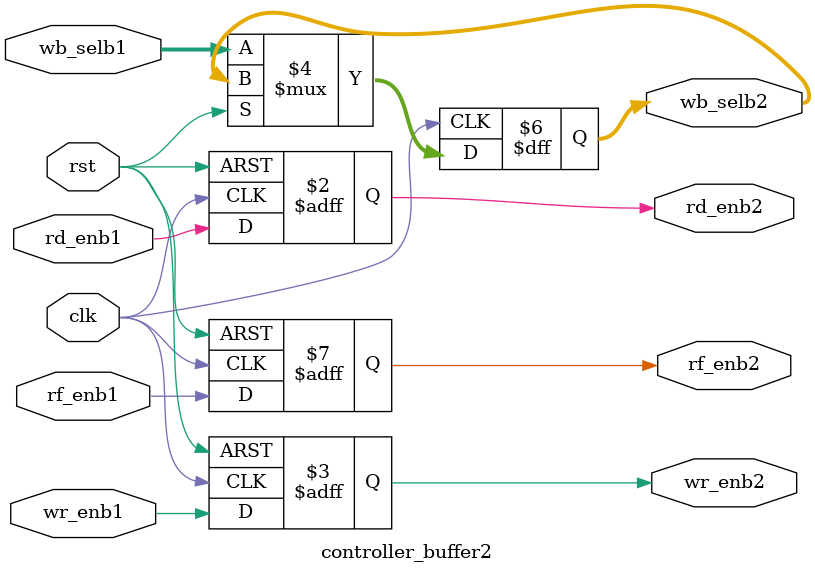
<source format=sv>
module controller_buffer2
(
    input  logic        clk,
    input  logic        rst,

    input logic rd_enb1,   
    input logic wr_enb1,   
    input logic [1:0] wb_selb1,
    input logic rf_enb1,
    
    output logic rd_enb2,   
    output logic wr_enb2,   
    output logic [1:0] wb_selb2,
    output logic rf_enb2
    );
    always_ff @(posedge clk or posedge rst)
    begin
        if (rst) begin
            rd_enb2 <= 0;
            wr_enb2 <= 0;
            rf_enb2 <= 0;
           
        end else begin
            rd_enb2 <= rd_enb1;         
            wr_enb2 <= wr_enb1;
            rf_enb2 <= rf_enb1;
            wb_selb2 <= wb_selb1;
        end 
    end
endmodule
</source>
